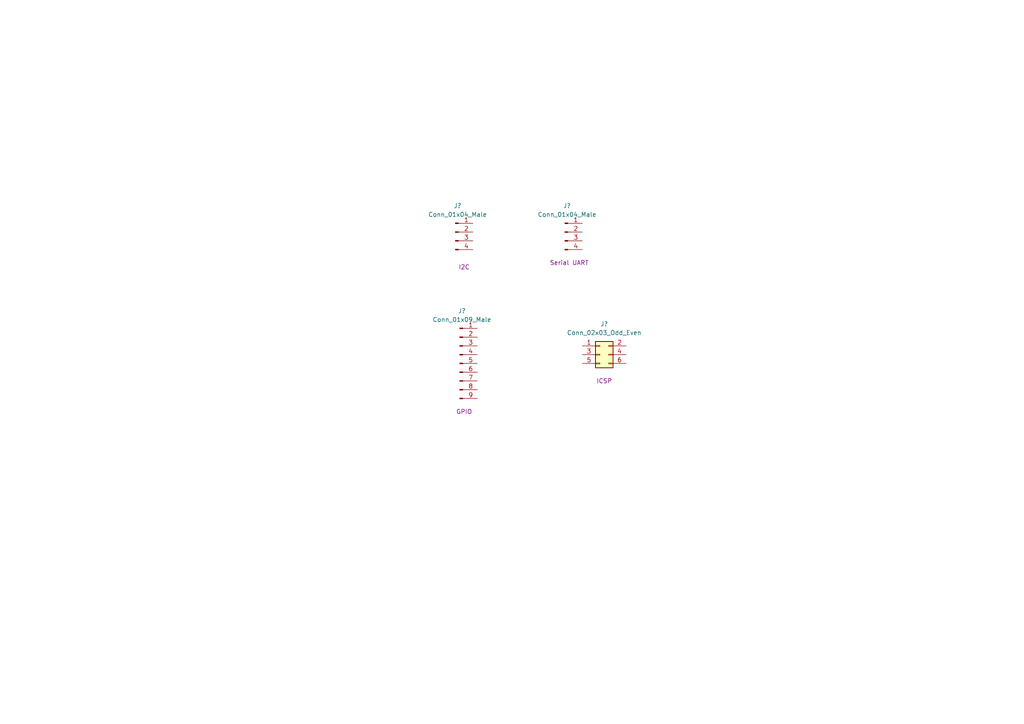
<source format=kicad_sch>
(kicad_sch (version 20211123) (generator eeschema)
  (paper "A4")
  (lib_symbols
    (symbol "Connector:Conn_01x04_Male" (pin_names (offset 1.016) hide)
      (property "Reference" "J" (at 0 5.08 0))
      (property "Value" "Conn_01x04_Male" (at 0 -7.62 0))
      (symbol "Conn_01x04_Male_1_1"
        (polyline (pts (xy 1.27 -5.08) (xy 0.8636 -5.08)) (stroke (width 0.1524)))
        (polyline (pts (xy 1.27 -2.54) (xy 0.8636 -2.54)) (stroke (width 0.1524)))
        (polyline (pts (xy 1.27 0) (xy 0.8636 0)) (stroke (width 0.1524)))
        (polyline (pts (xy 1.27 2.54) (xy 0.8636 2.54)) (stroke (width 0.1524)))
        (rectangle (start 0.8636 -4.953) (end 0 -5.207) (stroke (width 0.1524)) (fill (type outline)))
        (rectangle (start 0.8636 -2.413) (end 0 -2.667) (stroke (width 0.1524)) (fill (type outline)))
        (rectangle (start 0.8636 0.127) (end 0 -0.127) (stroke (width 0.1524)) (fill (type outline)))
        (rectangle (start 0.8636 2.667) (end 0 2.413) (stroke (width 0.1524)) (fill (type outline)))
        (pin passive line (at 5.08 2.54 180) (length 3.81) (name "Pin_1") (number "1"))
        (pin passive line (at 5.08 0 180) (length 3.81) (name "Pin_2") (number "2"))
        (pin passive line (at 5.08 -2.54 180) (length 3.81) (name "Pin_3") (number "3"))
        (pin passive line (at 5.08 -5.08 180) (length 3.81) (name "Pin_4") (number "4"))
      )
    )
    (symbol "Connector:Conn_01x09_Male" (pin_names (offset 1.016) hide)
      (property "Reference" "J" (at 0 12.7 0))
      (property "Value" "Conn_01x09_Male" (at 0 -12.7 0))
      (symbol "Conn_01x09_Male_1_1"
        (polyline (pts (xy 1.27 -10.16) (xy 0.8636 -10.16)) (stroke (width 0.1524)))
        (polyline (pts (xy 1.27 -7.62) (xy 0.8636 -7.62)) (stroke (width 0.1524)))
        (polyline (pts (xy 1.27 -5.08) (xy 0.8636 -5.08)) (stroke (width 0.1524)))
        (polyline (pts (xy 1.27 -2.54) (xy 0.8636 -2.54)) (stroke (width 0.1524)))
        (polyline (pts (xy 1.27 0) (xy 0.8636 0)) (stroke (width 0.1524)))
        (polyline (pts (xy 1.27 2.54) (xy 0.8636 2.54)) (stroke (width 0.1524)))
        (polyline (pts (xy 1.27 5.08) (xy 0.8636 5.08)) (stroke (width 0.1524)))
        (polyline (pts (xy 1.27 7.62) (xy 0.8636 7.62)) (stroke (width 0.1524)))
        (polyline (pts (xy 1.27 10.16) (xy 0.8636 10.16)) (stroke (width 0.1524)))
        (rectangle (start 0.8636 -10.033) (end 0 -10.287) (stroke (width 0.1524)) (fill (type outline)))
        (rectangle (start 0.8636 -7.493) (end 0 -7.747) (stroke (width 0.1524)) (fill (type outline)))
        (rectangle (start 0.8636 -4.953) (end 0 -5.207) (stroke (width 0.1524)) (fill (type outline)))
        (rectangle (start 0.8636 -2.413) (end 0 -2.667) (stroke (width 0.1524)) (fill (type outline)))
        (rectangle (start 0.8636 0.127) (end 0 -0.127) (stroke (width 0.1524)) (fill (type outline)))
        (rectangle (start 0.8636 2.667) (end 0 2.413) (stroke (width 0.1524)) (fill (type outline)))
        (rectangle (start 0.8636 5.207) (end 0 4.953) (stroke (width 0.1524)) (fill (type outline)))
        (rectangle (start 0.8636 7.747) (end 0 7.493) (stroke (width 0.1524)) (fill (type outline)))
        (rectangle (start 0.8636 10.287) (end 0 10.033) (stroke (width 0.1524)) (fill (type outline)))
        (pin passive line (at 5.08 10.16 180) (length 3.81) (name "Pin_1") (number "1"))
        (pin passive line (at 5.08 7.62 180) (length 3.81) (name "Pin_2") (number "2"))
        (pin passive line (at 5.08 5.08 180) (length 3.81) (name "Pin_3") (number "3"))
        (pin passive line (at 5.08 2.54 180) (length 3.81) (name "Pin_4") (number "4"))
        (pin passive line (at 5.08 0 180) (length 3.81) (name "Pin_5") (number "5"))
        (pin passive line (at 5.08 -2.54 180) (length 3.81) (name "Pin_6") (number "6"))
        (pin passive line (at 5.08 -5.08 180) (length 3.81) (name "Pin_7") (number "7"))
        (pin passive line (at 5.08 -7.62 180) (length 3.81) (name "Pin_8") (number "8"))
        (pin passive line (at 5.08 -10.16 180) (length 3.81) (name "Pin_9") (number "9"))
      )
    )
    (symbol "Connector_Generic:Conn_02x03_Odd_Even" (pin_names (offset 1.016) hide)
      (property "Reference" "J" (at 1.27 5.08 0))
      (property "Value" "Conn_02x03_Odd_Even" (at 1.27 -5.08 0))
      (symbol "Conn_02x03_Odd_Even_1_1"
        (rectangle (start -1.27 -2.413) (end 0 -2.667) (stroke (width 0.1524)))
        (rectangle (start -1.27 0.127) (end 0 -0.127) (stroke (width 0.1524)))
        (rectangle (start -1.27 2.667) (end 0 2.413) (stroke (width 0.1524)))
        (rectangle (start -1.27 3.81) (end 3.81 -3.81) (stroke (width 0.254)) (fill (type background)))
        (rectangle (start 3.81 -2.413) (end 2.54 -2.667) (stroke (width 0.1524)))
        (rectangle (start 3.81 0.127) (end 2.54 -0.127) (stroke (width 0.1524)))
        (rectangle (start 3.81 2.667) (end 2.54 2.413) (stroke (width 0.1524)))
        (pin passive line (at -5.08 2.54 0) (length 3.81) (name "Pin_1") (number "1"))
        (pin passive line (at 7.62 2.54 180) (length 3.81) (name "Pin_2") (number "2"))
        (pin passive line (at -5.08 0 0) (length 3.81) (name "Pin_3") (number "3"))
        (pin passive line (at 7.62 0 180) (length 3.81) (name "Pin_4") (number "4"))
        (pin passive line (at -5.08 -2.54 0) (length 3.81) (name "Pin_5") (number "5"))
        (pin passive line (at 7.62 -2.54 180) (length 3.81) (name "Pin_6") (number "6"))
      )
    )
  )
  (symbol (lib_id "Connector:Conn_01x04_Male") (at 163.83 67.31 0) (unit 1)
    (property "Reference" "J?" (at 164.465 59.69 0))
    (property "Value" "Conn_01x04_Male" (at 164.465 62.23 0))
    (property "purpose" "Serial UART" (at 165.1 76.2 0))
  )
  (symbol (lib_id "Connector:Conn_01x04_Male") (at 132.08 67.31 0) (unit 1)
    (property "Reference" "J?" (at 132.715 59.69 0))
    (property "Value" "Conn_01x04_Male" (at 132.715 62.23 0))
    (property "purpose" "I2C" (at 134.62 77.47 0))
  )
  (symbol (lib_id "Connector:Conn_01x09_Male") (at 133.35 105.41 0) (unit 1)
    (property "Reference" "J?" (at 133.985 90.17 0))
    (property "Value" "Conn_01x09_Male" (at 133.985 92.71 0))
    (property "purpose" "GPIO" (at 134.62 119.38 0))
  )
  (symbol (lib_id "Connector_Generic:Conn_02x03_Odd_Even") (at 173.99 102.87 0) (unit 1)
    (property "Reference" "J?" (at 175.26 93.98 0))
    (property "Value" "Conn_02x03_Odd_Even" (at 175.26 96.52 0))
    (property "purpose" "ICSP" (at 175.26 110.49 0))
  )
)
</source>
